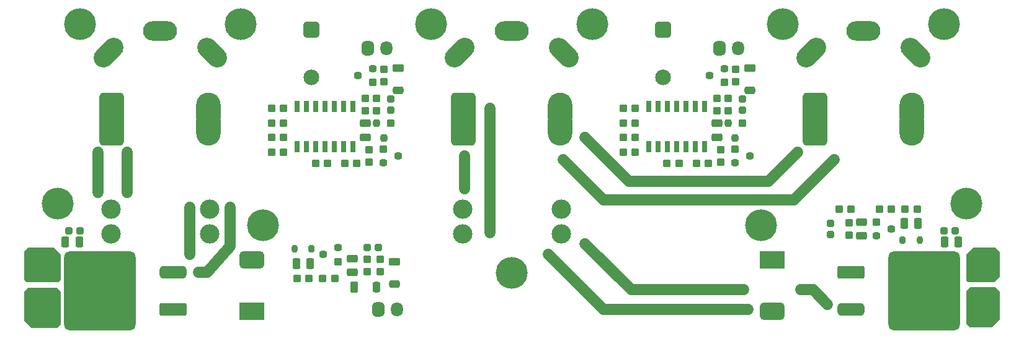
<source format=gts>
G04*
G04 #@! TF.GenerationSoftware,Altium Limited,Altium Designer,21.1.1 (26)*
G04*
G04 Layer_Color=8388736*
%FSLAX24Y24*%
%MOIN*%
G70*
G04*
G04 #@! TF.SameCoordinates,5E4DD114-A7E0-4D59-9A99-9927C2522E00*
G04*
G04*
G04 #@! TF.FilePolarity,Negative*
G04*
G01*
G75*
%ADD39C,0.0591*%
G04:AMPARAMS|DCode=40|XSize=41.3mil|YSize=57.1mil|CornerRadius=5.6mil|HoleSize=0mil|Usage=FLASHONLY|Rotation=270.000|XOffset=0mil|YOffset=0mil|HoleType=Round|Shape=RoundedRectangle|*
%AMROUNDEDRECTD40*
21,1,0.0413,0.0459,0,0,270.0*
21,1,0.0301,0.0571,0,0,270.0*
1,1,0.0112,-0.0229,-0.0151*
1,1,0.0112,-0.0229,0.0151*
1,1,0.0112,0.0229,0.0151*
1,1,0.0112,0.0229,-0.0151*
%
%ADD40ROUNDEDRECTD40*%
G04:AMPARAMS|DCode=41|XSize=41.3mil|YSize=57.1mil|CornerRadius=11.8mil|HoleSize=0mil|Usage=FLASHONLY|Rotation=270.000|XOffset=0mil|YOffset=0mil|HoleType=Round|Shape=RoundedRectangle|*
%AMROUNDEDRECTD41*
21,1,0.0413,0.0335,0,0,270.0*
21,1,0.0177,0.0571,0,0,270.0*
1,1,0.0236,-0.0167,-0.0089*
1,1,0.0236,-0.0167,0.0089*
1,1,0.0236,0.0167,0.0089*
1,1,0.0236,0.0167,-0.0089*
%
%ADD41ROUNDEDRECTD41*%
G04:AMPARAMS|DCode=42|XSize=43.3mil|YSize=39.4mil|CornerRadius=8mil|HoleSize=0mil|Usage=FLASHONLY|Rotation=0.000|XOffset=0mil|YOffset=0mil|HoleType=Round|Shape=RoundedRectangle|*
%AMROUNDEDRECTD42*
21,1,0.0433,0.0234,0,0,0.0*
21,1,0.0274,0.0394,0,0,0.0*
1,1,0.0159,0.0137,-0.0117*
1,1,0.0159,-0.0137,-0.0117*
1,1,0.0159,-0.0137,0.0117*
1,1,0.0159,0.0137,0.0117*
%
%ADD42ROUNDEDRECTD42*%
G04:AMPARAMS|DCode=43|XSize=37.4mil|YSize=41.3mil|CornerRadius=10.8mil|HoleSize=0mil|Usage=FLASHONLY|Rotation=90.000|XOffset=0mil|YOffset=0mil|HoleType=Round|Shape=RoundedRectangle|*
%AMROUNDEDRECTD43*
21,1,0.0374,0.0197,0,0,90.0*
21,1,0.0157,0.0413,0,0,90.0*
1,1,0.0217,0.0098,0.0079*
1,1,0.0217,0.0098,-0.0079*
1,1,0.0217,-0.0098,-0.0079*
1,1,0.0217,-0.0098,0.0079*
%
%ADD43ROUNDEDRECTD43*%
G04:AMPARAMS|DCode=44|XSize=37.4mil|YSize=41.3mil|CornerRadius=5.3mil|HoleSize=0mil|Usage=FLASHONLY|Rotation=90.000|XOffset=0mil|YOffset=0mil|HoleType=Round|Shape=RoundedRectangle|*
%AMROUNDEDRECTD44*
21,1,0.0374,0.0307,0,0,90.0*
21,1,0.0268,0.0413,0,0,90.0*
1,1,0.0106,0.0154,0.0134*
1,1,0.0106,0.0154,-0.0134*
1,1,0.0106,-0.0154,-0.0134*
1,1,0.0106,-0.0154,0.0134*
%
%ADD44ROUNDEDRECTD44*%
G04:AMPARAMS|DCode=45|XSize=37.4mil|YSize=37.4mil|CornerRadius=7.7mil|HoleSize=0mil|Usage=FLASHONLY|Rotation=90.000|XOffset=0mil|YOffset=0mil|HoleType=Round|Shape=RoundedRectangle|*
%AMROUNDEDRECTD45*
21,1,0.0374,0.0220,0,0,90.0*
21,1,0.0220,0.0374,0,0,90.0*
1,1,0.0154,0.0110,0.0110*
1,1,0.0154,0.0110,-0.0110*
1,1,0.0154,-0.0110,-0.0110*
1,1,0.0154,-0.0110,0.0110*
%
%ADD45ROUNDEDRECTD45*%
G04:AMPARAMS|DCode=46|XSize=41.3mil|YSize=57.1mil|CornerRadius=8.3mil|HoleSize=0mil|Usage=FLASHONLY|Rotation=90.000|XOffset=0mil|YOffset=0mil|HoleType=Round|Shape=RoundedRectangle|*
%AMROUNDEDRECTD46*
21,1,0.0413,0.0406,0,0,90.0*
21,1,0.0248,0.0571,0,0,90.0*
1,1,0.0165,0.0203,0.0124*
1,1,0.0165,0.0203,-0.0124*
1,1,0.0165,-0.0203,-0.0124*
1,1,0.0165,-0.0203,0.0124*
%
%ADD46ROUNDEDRECTD46*%
G04:AMPARAMS|DCode=47|XSize=37.4mil|YSize=41.3mil|CornerRadius=10.8mil|HoleSize=0mil|Usage=FLASHONLY|Rotation=180.000|XOffset=0mil|YOffset=0mil|HoleType=Round|Shape=RoundedRectangle|*
%AMROUNDEDRECTD47*
21,1,0.0374,0.0197,0,0,180.0*
21,1,0.0157,0.0413,0,0,180.0*
1,1,0.0217,-0.0079,0.0098*
1,1,0.0217,0.0079,0.0098*
1,1,0.0217,0.0079,-0.0098*
1,1,0.0217,-0.0079,-0.0098*
%
%ADD47ROUNDEDRECTD47*%
G04:AMPARAMS|DCode=48|XSize=37.4mil|YSize=41.3mil|CornerRadius=5.3mil|HoleSize=0mil|Usage=FLASHONLY|Rotation=180.000|XOffset=0mil|YOffset=0mil|HoleType=Round|Shape=RoundedRectangle|*
%AMROUNDEDRECTD48*
21,1,0.0374,0.0307,0,0,180.0*
21,1,0.0268,0.0413,0,0,180.0*
1,1,0.0106,-0.0134,0.0154*
1,1,0.0106,0.0134,0.0154*
1,1,0.0106,0.0134,-0.0154*
1,1,0.0106,-0.0134,-0.0154*
%
%ADD48ROUNDEDRECTD48*%
G04:AMPARAMS|DCode=49|XSize=43.3mil|YSize=39.4mil|CornerRadius=8mil|HoleSize=0mil|Usage=FLASHONLY|Rotation=270.000|XOffset=0mil|YOffset=0mil|HoleType=Round|Shape=RoundedRectangle|*
%AMROUNDEDRECTD49*
21,1,0.0433,0.0234,0,0,270.0*
21,1,0.0274,0.0394,0,0,270.0*
1,1,0.0159,-0.0117,-0.0137*
1,1,0.0159,-0.0117,0.0137*
1,1,0.0159,0.0117,0.0137*
1,1,0.0159,0.0117,-0.0137*
%
%ADD49ROUNDEDRECTD49*%
G04:AMPARAMS|DCode=50|XSize=29.5mil|YSize=63mil|CornerRadius=8.9mil|HoleSize=0mil|Usage=FLASHONLY|Rotation=180.000|XOffset=0mil|YOffset=0mil|HoleType=Round|Shape=RoundedRectangle|*
%AMROUNDEDRECTD50*
21,1,0.0295,0.0453,0,0,180.0*
21,1,0.0118,0.0630,0,0,180.0*
1,1,0.0177,-0.0059,0.0226*
1,1,0.0177,0.0059,0.0226*
1,1,0.0177,0.0059,-0.0226*
1,1,0.0177,-0.0059,-0.0226*
%
%ADD50ROUNDEDRECTD50*%
G04:AMPARAMS|DCode=51|XSize=29.5mil|YSize=63mil|CornerRadius=4.7mil|HoleSize=0mil|Usage=FLASHONLY|Rotation=180.000|XOffset=0mil|YOffset=0mil|HoleType=Round|Shape=RoundedRectangle|*
%AMROUNDEDRECTD51*
21,1,0.0295,0.0535,0,0,180.0*
21,1,0.0201,0.0630,0,0,180.0*
1,1,0.0094,-0.0100,0.0268*
1,1,0.0094,0.0100,0.0268*
1,1,0.0094,0.0100,-0.0268*
1,1,0.0094,-0.0100,-0.0268*
%
%ADD51ROUNDEDRECTD51*%
G04:AMPARAMS|DCode=52|XSize=427.2mil|YSize=383.9mil|CornerRadius=31.3mil|HoleSize=0mil|Usage=FLASHONLY|Rotation=270.000|XOffset=0mil|YOffset=0mil|HoleType=Round|Shape=RoundedRectangle|*
%AMROUNDEDRECTD52*
21,1,0.4272,0.3213,0,0,270.0*
21,1,0.3646,0.3839,0,0,270.0*
1,1,0.0626,-0.1606,-0.1823*
1,1,0.0626,-0.1606,0.1823*
1,1,0.0626,0.1606,0.1823*
1,1,0.0626,0.1606,-0.1823*
%
%ADD52ROUNDEDRECTD52*%
G04:AMPARAMS|DCode=53|XSize=68.9mil|YSize=143.7mil|CornerRadius=18.7mil|HoleSize=0mil|Usage=FLASHONLY|Rotation=270.000|XOffset=0mil|YOffset=0mil|HoleType=Round|Shape=RoundedRectangle|*
%AMROUNDEDRECTD53*
21,1,0.0689,0.1063,0,0,270.0*
21,1,0.0315,0.1437,0,0,270.0*
1,1,0.0374,-0.0531,-0.0157*
1,1,0.0374,-0.0531,0.0157*
1,1,0.0374,0.0531,0.0157*
1,1,0.0374,0.0531,-0.0157*
%
%ADD53ROUNDEDRECTD53*%
G04:AMPARAMS|DCode=54|XSize=68.9mil|YSize=143.7mil|CornerRadius=7.7mil|HoleSize=0mil|Usage=FLASHONLY|Rotation=270.000|XOffset=0mil|YOffset=0mil|HoleType=Round|Shape=RoundedRectangle|*
%AMROUNDEDRECTD54*
21,1,0.0689,0.1283,0,0,270.0*
21,1,0.0535,0.1437,0,0,270.0*
1,1,0.0154,-0.0642,-0.0268*
1,1,0.0154,-0.0642,0.0268*
1,1,0.0154,0.0642,0.0268*
1,1,0.0154,0.0642,-0.0268*
%
%ADD54ROUNDEDRECTD54*%
G04:AMPARAMS|DCode=55|XSize=96.5mil|YSize=135.8mil|CornerRadius=25.6mil|HoleSize=0mil|Usage=FLASHONLY|Rotation=90.000|XOffset=0mil|YOffset=0mil|HoleType=Round|Shape=RoundedRectangle|*
%AMROUNDEDRECTD55*
21,1,0.0965,0.0846,0,0,90.0*
21,1,0.0453,0.1358,0,0,90.0*
1,1,0.0512,0.0423,0.0226*
1,1,0.0512,0.0423,-0.0226*
1,1,0.0512,-0.0423,-0.0226*
1,1,0.0512,-0.0423,0.0226*
%
%ADD55ROUNDEDRECTD55*%
G04:AMPARAMS|DCode=56|XSize=96.5mil|YSize=135.8mil|CornerRadius=9.7mil|HoleSize=0mil|Usage=FLASHONLY|Rotation=90.000|XOffset=0mil|YOffset=0mil|HoleType=Round|Shape=RoundedRectangle|*
%AMROUNDEDRECTD56*
21,1,0.0965,0.1163,0,0,90.0*
21,1,0.0770,0.1358,0,0,90.0*
1,1,0.0195,0.0582,0.0385*
1,1,0.0195,0.0582,-0.0385*
1,1,0.0195,-0.0582,-0.0385*
1,1,0.0195,-0.0582,0.0385*
%
%ADD56ROUNDEDRECTD56*%
G04:AMPARAMS|DCode=57|XSize=41.3mil|YSize=57.1mil|CornerRadius=8.3mil|HoleSize=0mil|Usage=FLASHONLY|Rotation=0.000|XOffset=0mil|YOffset=0mil|HoleType=Round|Shape=RoundedRectangle|*
%AMROUNDEDRECTD57*
21,1,0.0413,0.0406,0,0,0.0*
21,1,0.0248,0.0571,0,0,0.0*
1,1,0.0165,0.0124,-0.0203*
1,1,0.0165,-0.0124,-0.0203*
1,1,0.0165,-0.0124,0.0203*
1,1,0.0165,0.0124,0.0203*
%
%ADD57ROUNDEDRECTD57*%
G04:AMPARAMS|DCode=58|XSize=30.7mil|YSize=38.6mil|CornerRadius=9.2mil|HoleSize=0mil|Usage=FLASHONLY|Rotation=0.000|XOffset=0mil|YOffset=0mil|HoleType=Round|Shape=RoundedRectangle|*
%AMROUNDEDRECTD58*
21,1,0.0307,0.0203,0,0,0.0*
21,1,0.0124,0.0386,0,0,0.0*
1,1,0.0183,0.0062,-0.0101*
1,1,0.0183,-0.0062,-0.0101*
1,1,0.0183,-0.0062,0.0101*
1,1,0.0183,0.0062,0.0101*
%
%ADD58ROUNDEDRECTD58*%
G04:AMPARAMS|DCode=59|XSize=30.7mil|YSize=38.6mil|CornerRadius=4.8mil|HoleSize=0mil|Usage=FLASHONLY|Rotation=0.000|XOffset=0mil|YOffset=0mil|HoleType=Round|Shape=RoundedRectangle|*
%AMROUNDEDRECTD59*
21,1,0.0307,0.0290,0,0,0.0*
21,1,0.0211,0.0386,0,0,0.0*
1,1,0.0096,0.0105,-0.0145*
1,1,0.0096,-0.0105,-0.0145*
1,1,0.0096,-0.0105,0.0145*
1,1,0.0096,0.0105,0.0145*
%
%ADD59ROUNDEDRECTD59*%
G04:AMPARAMS|DCode=60|XSize=37.4mil|YSize=37.4mil|CornerRadius=7.7mil|HoleSize=0mil|Usage=FLASHONLY|Rotation=180.000|XOffset=0mil|YOffset=0mil|HoleType=Round|Shape=RoundedRectangle|*
%AMROUNDEDRECTD60*
21,1,0.0374,0.0220,0,0,180.0*
21,1,0.0220,0.0374,0,0,180.0*
1,1,0.0154,-0.0110,0.0110*
1,1,0.0154,0.0110,0.0110*
1,1,0.0154,0.0110,-0.0110*
1,1,0.0154,-0.0110,-0.0110*
%
%ADD60ROUNDEDRECTD60*%
G04:AMPARAMS|DCode=61|XSize=41.3mil|YSize=57.1mil|CornerRadius=5.6mil|HoleSize=0mil|Usage=FLASHONLY|Rotation=0.000|XOffset=0mil|YOffset=0mil|HoleType=Round|Shape=RoundedRectangle|*
%AMROUNDEDRECTD61*
21,1,0.0413,0.0459,0,0,0.0*
21,1,0.0301,0.0571,0,0,0.0*
1,1,0.0112,0.0151,-0.0229*
1,1,0.0112,-0.0151,-0.0229*
1,1,0.0112,-0.0151,0.0229*
1,1,0.0112,0.0151,0.0229*
%
%ADD61ROUNDEDRECTD61*%
G04:AMPARAMS|DCode=62|XSize=41.3mil|YSize=57.1mil|CornerRadius=11.8mil|HoleSize=0mil|Usage=FLASHONLY|Rotation=0.000|XOffset=0mil|YOffset=0mil|HoleType=Round|Shape=RoundedRectangle|*
%AMROUNDEDRECTD62*
21,1,0.0413,0.0335,0,0,0.0*
21,1,0.0177,0.0571,0,0,0.0*
1,1,0.0236,0.0089,-0.0167*
1,1,0.0236,-0.0089,-0.0167*
1,1,0.0236,-0.0089,0.0167*
1,1,0.0236,0.0089,0.0167*
%
%ADD62ROUNDEDRECTD62*%
%ADD63O,0.0650X0.0768*%
G04:AMPARAMS|DCode=64|XSize=65mil|YSize=76.8mil|CornerRadius=17.7mil|HoleSize=0mil|Usage=FLASHONLY|Rotation=180.000|XOffset=0mil|YOffset=0mil|HoleType=Round|Shape=RoundedRectangle|*
%AMROUNDEDRECTD64*
21,1,0.0650,0.0413,0,0,180.0*
21,1,0.0295,0.0768,0,0,180.0*
1,1,0.0354,-0.0148,0.0207*
1,1,0.0354,0.0148,0.0207*
1,1,0.0354,0.0148,-0.0207*
1,1,0.0354,-0.0148,-0.0207*
%
%ADD64ROUNDEDRECTD64*%
%ADD65C,0.1004*%
G04:AMPARAMS|DCode=66|XSize=100.4mil|YSize=100.4mil|CornerRadius=12.4mil|HoleSize=0mil|Usage=FLASHONLY|Rotation=270.000|XOffset=0mil|YOffset=0mil|HoleType=Round|Shape=RoundedRectangle|*
%AMROUNDEDRECTD66*
21,1,0.1004,0.0756,0,0,270.0*
21,1,0.0756,0.1004,0,0,270.0*
1,1,0.0248,-0.0378,-0.0378*
1,1,0.0248,-0.0378,0.0378*
1,1,0.0248,0.0378,0.0378*
1,1,0.0248,0.0378,-0.0378*
%
%ADD66ROUNDEDRECTD66*%
%ADD67C,0.1713*%
%ADD68C,0.0846*%
G04:AMPARAMS|DCode=69|XSize=84.6mil|YSize=84.6mil|CornerRadius=14.8mil|HoleSize=0mil|Usage=FLASHONLY|Rotation=90.000|XOffset=0mil|YOffset=0mil|HoleType=Round|Shape=RoundedRectangle|*
%AMROUNDEDRECTD69*
21,1,0.0846,0.0551,0,0,90.0*
21,1,0.0551,0.0846,0,0,90.0*
1,1,0.0295,0.0276,0.0276*
1,1,0.0295,0.0276,-0.0276*
1,1,0.0295,-0.0276,-0.0276*
1,1,0.0295,-0.0276,0.0276*
%
%ADD69ROUNDEDRECTD69*%
G04:AMPARAMS|DCode=70|XSize=104.3mil|YSize=183.1mil|CornerRadius=52.2mil|HoleSize=0mil|Usage=FLASHONLY|Rotation=135.000|XOffset=0mil|YOffset=0mil|HoleType=Round|Shape=RoundedRectangle|*
%AMROUNDEDRECTD70*
21,1,0.1043,0.0787,0,0,135.0*
21,1,0.0000,0.1831,0,0,135.0*
1,1,0.1043,0.0278,0.0278*
1,1,0.1043,0.0278,0.0278*
1,1,0.1043,-0.0278,-0.0278*
1,1,0.1043,-0.0278,-0.0278*
%
%ADD70ROUNDEDRECTD70*%
%ADD71O,0.1831X0.1043*%
G04:AMPARAMS|DCode=72|XSize=104.3mil|YSize=183.1mil|CornerRadius=0mil|HoleSize=0mil|Usage=FLASHONLY|Rotation=45.000|XOffset=0mil|YOffset=0mil|HoleType=Round|Shape=Round|*
%AMOVALD72*
21,1,0.0787,0.1043,0.0000,0.0000,135.0*
1,1,0.1043,0.0278,-0.0278*
1,1,0.1043,-0.0278,0.0278*
%
%ADD72OVALD72*%

G04:AMPARAMS|DCode=73|XSize=131.9mil|YSize=202.8mil|CornerRadius=21.9mil|HoleSize=0mil|Usage=FLASHONLY|Rotation=0.000|XOffset=0mil|YOffset=0mil|HoleType=Round|Shape=RoundedRectangle|*
%AMROUNDEDRECTD73*
21,1,0.1319,0.1591,0,0,0.0*
21,1,0.0882,0.2028,0,0,0.0*
1,1,0.0437,0.0441,-0.0795*
1,1,0.0437,-0.0441,-0.0795*
1,1,0.0437,-0.0441,0.0795*
1,1,0.0437,0.0441,0.0795*
%
%ADD73ROUNDEDRECTD73*%
G04:AMPARAMS|DCode=74|XSize=131.9mil|YSize=202.8mil|CornerRadius=65.9mil|HoleSize=0mil|Usage=FLASHONLY|Rotation=0.000|XOffset=0mil|YOffset=0mil|HoleType=Round|Shape=RoundedRectangle|*
%AMROUNDEDRECTD74*
21,1,0.1319,0.0709,0,0,0.0*
21,1,0.0000,0.2028,0,0,0.0*
1,1,0.1319,0.0000,-0.0354*
1,1,0.1319,0.0000,-0.0354*
1,1,0.1319,0.0000,0.0354*
1,1,0.1319,0.0000,0.0354*
%
%ADD74ROUNDEDRECTD74*%
%ADD75C,0.1043*%
G36*
X-24232Y-15764D02*
X-24429Y-15567D01*
X-26004D01*
X-26201Y-15764D01*
X-26201Y-17339D01*
X-25807Y-17732D01*
X-24429D01*
X-24232Y-17535D01*
X-24232Y-15764D01*
D02*
G37*
G36*
X-24232Y-13795D02*
X-24626Y-13402D01*
X-26004D01*
X-26201Y-13598D01*
X-26201Y-15138D01*
X-26063Y-15276D01*
X-24370Y-15276D01*
X-24232Y-15138D01*
Y-13795D01*
D02*
G37*
G36*
X24409Y-15748D02*
X24606Y-15551D01*
X25984Y-15551D01*
X26217Y-15784D01*
X26217Y-17278D01*
X25779Y-17717D01*
X24606Y-17717D01*
X24409Y-17520D01*
X24409Y-15748D01*
D02*
G37*
G36*
X24409Y-13780D02*
X24803Y-13386D01*
X25984Y-13386D01*
X26220Y-13622D01*
X26220Y-14961D01*
X25906Y-15276D01*
X24528D01*
X24409Y-15157D01*
Y-13780D01*
D02*
G37*
D39*
X-16850Y-14724D02*
X-16378D01*
X-15157Y-13346D01*
X15512Y-15669D02*
X16181D01*
X6417D02*
X12441D01*
X-17323Y-13780D02*
Y-11220D01*
X-15157Y-13346D02*
Y-11220D01*
X-20669Y-10433D02*
Y-8268D01*
X-22244Y-10433D02*
Y-8268D01*
X16181Y-15669D02*
X16968Y-16457D01*
X3937Y-13189D02*
X6417Y-15669D01*
X4921Y-16732D02*
X12677D01*
X1969Y-13780D02*
X4921Y-16732D01*
X-2559Y-10236D02*
Y-8465D01*
X-1181Y-12598D02*
Y-5906D01*
X15157Y-10827D02*
X17323Y-8661D01*
X4921Y-10827D02*
X15157D01*
X2756Y-8661D02*
X4921Y-10827D01*
X13780Y-9843D02*
X15354Y-8268D01*
X6299Y-9843D02*
X13780D01*
X3937Y-7480D02*
X6299Y-9843D01*
D40*
X12795Y-3730D02*
D03*
X-6299Y-14163D02*
D03*
X-6102Y-3730D02*
D03*
D41*
X12795Y-4931D02*
D03*
X-6299Y-15364D02*
D03*
X-6102Y-4931D02*
D03*
D42*
X12008Y-3809D02*
D03*
Y-4459D02*
D03*
X11024Y-5384D02*
D03*
Y-6033D02*
D03*
X11614D02*
D03*
Y-5384D02*
D03*
X11220Y-8140D02*
D03*
Y-8789D02*
D03*
X18110Y-12726D02*
D03*
Y-12077D02*
D03*
X-7087Y-14695D02*
D03*
Y-14045D02*
D03*
X-7776D02*
D03*
Y-14695D02*
D03*
X-7677Y-8789D02*
D03*
Y-8140D02*
D03*
X-7283Y-5384D02*
D03*
Y-6033D02*
D03*
X-7874D02*
D03*
Y-5384D02*
D03*
X-6890Y-4459D02*
D03*
Y-3809D02*
D03*
D43*
X10624Y-4129D02*
D03*
X11424Y-3759D02*
D03*
X12802Y-8470D02*
D03*
X12002Y-8840D02*
D03*
X20380Y-12407D02*
D03*
X19580Y-12777D02*
D03*
X-10144Y-13775D02*
D03*
X-9344Y-13405D02*
D03*
X-6896Y-8840D02*
D03*
X-6096Y-8470D02*
D03*
X-7474Y-3759D02*
D03*
X-8274Y-4129D02*
D03*
D44*
X11424Y-4509D02*
D03*
X12002Y-8090D02*
D03*
X19580Y-12027D02*
D03*
X-9344Y-14155D02*
D03*
X-6896Y-8090D02*
D03*
X-7474Y-4509D02*
D03*
D45*
X12402Y-5413D02*
D03*
Y-6004D02*
D03*
X17126Y-12106D02*
D03*
X17126Y-12697D02*
D03*
X-6496Y-6004D02*
D03*
Y-5413D02*
D03*
D46*
X11024Y-6713D02*
D03*
Y-7461D02*
D03*
X18799Y-12028D02*
D03*
Y-12776D02*
D03*
X-8563Y-14744D02*
D03*
Y-13996D02*
D03*
X-7874Y-7461D02*
D03*
Y-6713D02*
D03*
D47*
X12003Y-7487D02*
D03*
X11633Y-6687D02*
D03*
X-7265D02*
D03*
X-6895Y-7487D02*
D03*
D48*
X12383Y-6687D02*
D03*
X-6515D02*
D03*
D49*
X10561Y-8858D02*
D03*
X9911D02*
D03*
X8337D02*
D03*
X8986D02*
D03*
X5974Y-8268D02*
D03*
X6624D02*
D03*
Y-7480D02*
D03*
X5974D02*
D03*
X6624Y-6693D02*
D03*
X5974D02*
D03*
X6624Y-5906D02*
D03*
X5974D02*
D03*
X18238Y-11319D02*
D03*
X17589D02*
D03*
X20404D02*
D03*
X19754D02*
D03*
X21132D02*
D03*
X21781Y-11319D02*
D03*
X-10896Y-15059D02*
D03*
X-11545Y-15059D02*
D03*
X-9518D02*
D03*
X-10167D02*
D03*
X-8986Y-8858D02*
D03*
X-8337D02*
D03*
X-9911D02*
D03*
X-10561D02*
D03*
X-12274Y-8268D02*
D03*
X-12923D02*
D03*
Y-7480D02*
D03*
X-12274D02*
D03*
X-12923Y-6693D02*
D03*
X-12274D02*
D03*
X-12923Y-5906D02*
D03*
X-12274D02*
D03*
D50*
X9358Y-7963D02*
D03*
X10358Y-5817D02*
D03*
X9858D02*
D03*
X9358D02*
D03*
X10358Y-7963D02*
D03*
X9858D02*
D03*
X8858Y-5817D02*
D03*
X8358D02*
D03*
X7858D02*
D03*
X7358D02*
D03*
X8858Y-7963D02*
D03*
X8358D02*
D03*
X7858D02*
D03*
X-11039Y-7963D02*
D03*
X-10539Y-7963D02*
D03*
X-10039Y-7963D02*
D03*
X-11539Y-5817D02*
D03*
X-11039D02*
D03*
X-10539Y-5817D02*
D03*
X-10039Y-5817D02*
D03*
X-9039Y-7963D02*
D03*
X-8539D02*
D03*
X-9539Y-5817D02*
D03*
X-9039Y-5817D02*
D03*
X-8539D02*
D03*
X-9539Y-7963D02*
D03*
D51*
X7358Y-7963D02*
D03*
X-11539Y-7963D02*
D03*
D52*
X22146Y-15748D02*
D03*
X-22146D02*
D03*
D53*
X18209Y-16748D02*
D03*
X-18209Y-14748D02*
D03*
D54*
X18209D02*
D03*
X-18209Y-16748D02*
D03*
D55*
X13976Y-16831D02*
D03*
X-13976Y-14075D02*
D03*
D56*
X13976D02*
D03*
X-13976Y-16831D02*
D03*
D57*
X21831Y-12106D02*
D03*
X21083D02*
D03*
X23248Y-13091D02*
D03*
X23996D02*
D03*
X-23996D02*
D03*
X-23248D02*
D03*
X-11594Y-14272D02*
D03*
X-10846D02*
D03*
D58*
X21909Y-12992D02*
D03*
X-11673Y-13484D02*
D03*
D59*
X21004Y-12992D02*
D03*
X-10768Y-13484D02*
D03*
D60*
X23228Y-12500D02*
D03*
X23819D02*
D03*
X-23228D02*
D03*
X-23819D02*
D03*
X-7185Y-13386D02*
D03*
X-7776D02*
D03*
D61*
X-8474Y-15551D02*
D03*
D62*
X-7274D02*
D03*
D63*
X12154Y-2677D02*
D03*
X-6193Y-16732D02*
D03*
X-6744Y-2677D02*
D03*
D64*
X11154D02*
D03*
X-7193Y-16732D02*
D03*
X-7744Y-2677D02*
D03*
D65*
X-25217Y-14354D02*
D03*
X25374D02*
D03*
D66*
X-25217Y-16354D02*
D03*
X25374D02*
D03*
D67*
X0Y-14764D02*
D03*
X13386Y-12205D02*
D03*
X24409Y-11024D02*
D03*
X-13386Y-12205D02*
D03*
X-24409Y-11024D02*
D03*
X23228Y-1378D02*
D03*
X14567D02*
D03*
X4331D02*
D03*
X-4331D02*
D03*
X-14567D02*
D03*
X-23228D02*
D03*
D68*
X8110Y-4232D02*
D03*
X-10787D02*
D03*
D69*
X8110Y-1673D02*
D03*
X-10787D02*
D03*
D70*
X-21695Y-2900D02*
D03*
X16100D02*
D03*
X-2798D02*
D03*
D71*
X-18898Y-1741D02*
D03*
X18898D02*
D03*
X0D02*
D03*
D72*
X-16100Y-2900D02*
D03*
X21695D02*
D03*
X2798D02*
D03*
D73*
X-21496Y-6909D02*
D03*
Y-6083D02*
D03*
X16299Y-6909D02*
D03*
Y-6083D02*
D03*
X-2598Y-6909D02*
D03*
Y-6083D02*
D03*
D74*
X-16299Y-6909D02*
D03*
Y-6083D02*
D03*
X21496Y-6909D02*
D03*
Y-6083D02*
D03*
X2598Y-6909D02*
D03*
Y-6083D02*
D03*
D75*
X-21549Y-12677D02*
D03*
X-16246Y-11339D02*
D03*
X-21549D02*
D03*
X-16246Y-12677D02*
D03*
X-2652D02*
D03*
X2652Y-11339D02*
D03*
X-2652D02*
D03*
X2652Y-12677D02*
D03*
M02*

</source>
